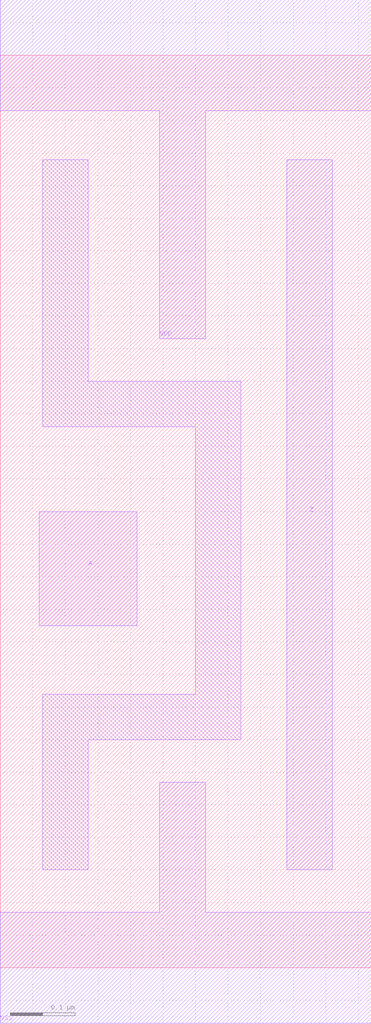
<source format=lef>
# 
# ******************************************************************************
# *                                                                            *
# *                   Copyright (C) 2004-2010, Nangate Inc.                    *
# *                           All rights reserved.                             *
# *                                                                            *
# * Nangate and the Nangate logo are trademarks of Nangate Inc.                *
# *                                                                            *
# * All trademarks, logos, software marks, and trade names (collectively the   *
# * "Marks") in this program are proprietary to Nangate or other respective    *
# * owners that have granted Nangate the right and license to use such Marks.  *
# * You are not permitted to use the Marks without the prior written consent   *
# * of Nangate or such third party that may own the Marks.                     *
# *                                                                            *
# * This file has been provided pursuant to a License Agreement containing     *
# * restrictions on its use. This file contains valuable trade secrets and     *
# * proprietary information of Nangate Inc., and is protected by U.S. and      *
# * international laws and/or treaties.                                        *
# *                                                                            *
# * The copyright notice(s) in this file does not indicate actual or intended  *
# * publication of this file.                                                  *
# *                                                                            *
# *     NGLibraryCreator, v2010.08-HR32-SP3-2010-08-05 - build 1009061800      *
# *                                                                            *
# ******************************************************************************
# 
# 
# Running on brazil06.nangate.com.br for user Giancarlo Franciscatto (gfr).
# Local time is now Fri, 3 Dec 2010, 19:32:18.
# Main process id is 27821.

VERSION 5.6 ;
BUSBITCHARS "[]" ;
DIVIDERCHAR "/" ;

MACRO CLKBUF_X1
  CLASS core ;
  FOREIGN CLKBUF_X1 0.0 0.0 ;
  ORIGIN 0 0 ;
  SYMMETRY X Y ;
  SITE FreePDK45_38x28_10R_NP_162NW_34O ;
  SIZE 0.57 BY 1.4 ;
  PIN A
    DIRECTION INPUT ;
    ANTENNAPARTIALMETALAREA 0.02625 LAYER metal1 ;
    ANTENNAPARTIALMETALSIDEAREA 0.0845 LAYER metal1 ;
    ANTENNAGATEAREA 0.0205 ;
    PORT
      LAYER metal1 ;
        POLYGON 0.06 0.525 0.21 0.525 0.21 0.7 0.06 0.7  ;
    END
  END A
  PIN Z
    DIRECTION OUTPUT ;
    ANTENNAPARTIALMETALAREA 0.0763 LAYER metal1 ;
    ANTENNAPARTIALMETALSIDEAREA 0.3016 LAYER metal1 ;
    ANTENNADIFFAREA 0.086625 ;
    PORT
      LAYER metal1 ;
        POLYGON 0.44 0.15 0.51 0.15 0.51 1.24 0.44 1.24  ;
    END
  END Z
  PIN VDD
    DIRECTION INOUT ;
    USE power ;
    SHAPE ABUTMENT ;
    PORT
      LAYER metal1 ;
        POLYGON 0 1.315 0.245 1.315 0.245 0.965 0.315 0.965 0.315 1.315 0.37 1.315 0.57 1.315 0.57 1.485 0.37 1.485 0 1.485  ;
    END
  END VDD
  PIN VSS
    DIRECTION INOUT ;
    USE ground ;
    SHAPE ABUTMENT ;
    PORT
      LAYER metal1 ;
        POLYGON 0 -0.085 0.57 -0.085 0.57 0.085 0.315 0.085 0.315 0.285 0.245 0.285 0.245 0.085 0 0.085  ;
    END
  END VSS
  OBS
      LAYER metal1 ;
        POLYGON 0.065 0.83 0.3 0.83 0.3 0.42 0.065 0.42 0.065 0.15 0.135 0.15 0.135 0.35 0.37 0.35 0.37 0.9 0.135 0.9 0.135 1.24 0.065 1.24  ;
  END
END CLKBUF_X1

END LIBRARY
#
# End of file
#

</source>
